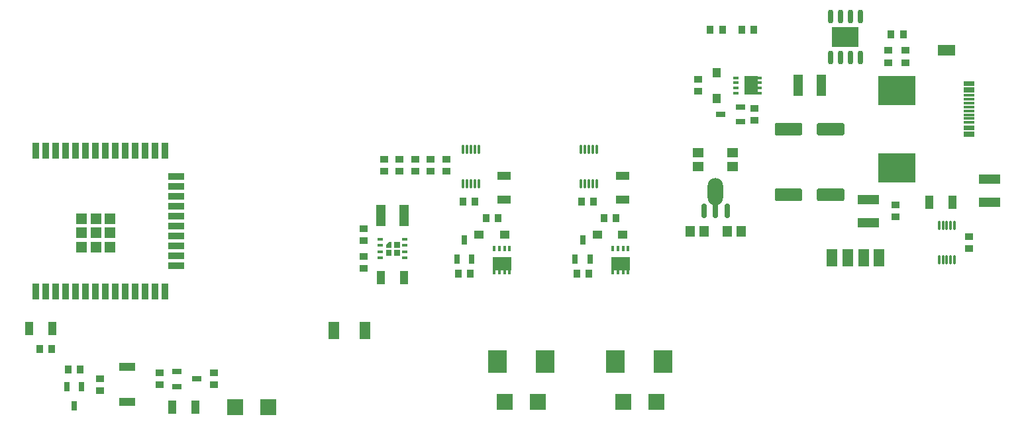
<source format=gtp>
G04 #@! TF.GenerationSoftware,KiCad,Pcbnew,(5.1.4)-1*
G04 #@! TF.CreationDate,2020-04-03T20:38:11+08:00*
G04 #@! TF.ProjectId,SmartAPS,536d6172-7441-4505-932e-6b696361645f,1.0*
G04 #@! TF.SameCoordinates,PX5f5e100PY7bfa480*
G04 #@! TF.FileFunction,Paste,Top*
G04 #@! TF.FilePolarity,Positive*
%FSLAX46Y46*%
G04 Gerber Fmt 4.6, Leading zero omitted, Abs format (unit mm)*
G04 Created by KiCad (PCBNEW (5.1.4)-1) date 2020-04-03 20:38:11*
%MOMM*%
%LPD*%
G04 APERTURE LIST*
%ADD10C,0.100000*%
%ADD11R,1.450000X0.300000*%
%ADD12R,4.800000X3.800000*%
%ADD13R,1.160000X1.470000*%
%ADD14R,1.470000X1.160000*%
%ADD15R,2.720000X1.160000*%
%ADD16R,1.160000X2.720000*%
%ADD17R,1.450000X2.200000*%
%ADD18R,2.200000X1.450000*%
%ADD19R,1.130000X1.800000*%
%ADD20R,0.900000X2.000000*%
%ADD21R,2.000000X0.900000*%
%ADD22R,1.330000X1.330000*%
%ADD23R,0.980000X0.930000*%
%ADD24R,0.930000X0.980000*%
%ADD25O,0.280000X1.350000*%
%ADD26O,0.700000X1.900000*%
%ADD27O,2.000000X3.500000*%
%ADD28O,0.700000X2.100000*%
%ADD29R,1.800000X1.130000*%
%ADD30R,1.250000X0.700000*%
%ADD31R,0.700000X1.250000*%
%ADD32C,1.600000*%
%ADD33R,3.510000X2.620000*%
%ADD34O,0.700000X1.800000*%
%ADD35R,0.700000X0.420000*%
%ADD36R,0.540000X0.420000*%
%ADD37R,1.710000X2.370000*%
%ADD38R,0.420000X0.700000*%
%ADD39R,0.420000X0.540000*%
%ADD40R,2.370000X1.710000*%
%ADD41R,2.000000X2.000000*%
%ADD42R,1.000000X1.250000*%
%ADD43R,1.250000X1.000000*%
%ADD44R,2.400300X2.895600*%
%ADD45R,0.700000X0.400000*%
%ADD46R,2.000000X1.050000*%
G04 APERTURE END LIST*
D10*
G36*
X48700000Y26300000D02*
G01*
X49350000Y26300000D01*
X49350000Y26950000D01*
X48700000Y26950000D01*
X48700000Y26300000D01*
G37*
X48700000Y26300000D02*
X49350000Y26300000D01*
X49350000Y26950000D01*
X48700000Y26950000D01*
X48700000Y26300000D01*
G36*
X48300000Y26950000D02*
G01*
X48300000Y26300000D01*
X47650000Y26300000D01*
X47650000Y26600000D01*
X48000000Y26950000D01*
X48300000Y26950000D01*
G37*
X48300000Y26950000D02*
X48300000Y26300000D01*
X47650000Y26300000D01*
X47650000Y26600000D01*
X48000000Y26950000D01*
X48300000Y26950000D01*
G36*
X48300000Y25900000D02*
G01*
X47650000Y25900000D01*
X47650000Y25250000D01*
X48300000Y25250000D01*
X48300000Y25900000D01*
G37*
X48300000Y25900000D02*
X47650000Y25900000D01*
X47650000Y25250000D01*
X48300000Y25250000D01*
X48300000Y25900000D01*
G36*
X48700000Y25900000D02*
G01*
X49350000Y25900000D01*
X49350000Y25250000D01*
X48700000Y25250000D01*
X48700000Y25900000D01*
G37*
X48700000Y25900000D02*
X49350000Y25900000D01*
X49350000Y25250000D01*
X48700000Y25250000D01*
X48700000Y25900000D01*
D11*
X122205000Y40600000D03*
X122205000Y41400000D03*
X122205000Y42750000D03*
X122205000Y43750000D03*
X122205000Y44250000D03*
X122205000Y45250000D03*
X122205000Y46600000D03*
X122205000Y47400000D03*
X122205000Y47100000D03*
X122205000Y46300000D03*
X122200000Y45750000D03*
X122205000Y44750000D03*
X122205000Y43250000D03*
X122205000Y42250000D03*
X122205000Y41700000D03*
X122205000Y40900000D03*
D12*
X113000000Y36450000D03*
X113000000Y46350000D03*
D13*
X91310000Y28300000D03*
X93090000Y28300000D03*
X86510000Y28300000D03*
X88290000Y28300000D03*
D14*
X87600000Y36610000D03*
X87600000Y38390000D03*
D15*
X124800000Y34975000D03*
X124800000Y32025000D03*
X109300000Y29425000D03*
X109300000Y32375000D03*
D16*
X100325000Y47000000D03*
X103275000Y47000000D03*
X47025000Y30300000D03*
X49975000Y30300000D03*
D17*
X45000000Y15600000D03*
X110700000Y24900000D03*
D18*
X119300000Y51500000D03*
D17*
X106700000Y24900000D03*
X104700000Y24900000D03*
X41000000Y15600000D03*
X108700000Y24900000D03*
D19*
X2010000Y15900000D03*
X4990000Y15900000D03*
X20310000Y5800000D03*
X23290000Y5800000D03*
X49990000Y22400000D03*
X47010000Y22400000D03*
D20*
X2870000Y20600000D03*
X4140000Y20600000D03*
X5410000Y20600000D03*
X6680000Y20600000D03*
X7950000Y20600000D03*
X9220000Y20600000D03*
X10490000Y20600000D03*
X11760000Y20600000D03*
X13030000Y20600000D03*
X14300000Y20600000D03*
X15570000Y20600000D03*
X16840000Y20600000D03*
X18110000Y20600000D03*
X19380000Y20600000D03*
X2870000Y38600000D03*
X19380000Y38600000D03*
X18110000Y38600000D03*
X16840000Y38600000D03*
X15570000Y38600000D03*
X14300000Y38600000D03*
X13030000Y38600000D03*
X11760000Y38600000D03*
X10490000Y38600000D03*
X9220000Y38600000D03*
X7950000Y38600000D03*
X6680000Y38600000D03*
X5410000Y38600000D03*
X4140000Y38600000D03*
D21*
X20870000Y23885000D03*
X20870000Y25170000D03*
X20870000Y26425000D03*
X20870000Y27695000D03*
X20870000Y28965000D03*
X20870000Y30235000D03*
X20870000Y31505000D03*
X20870000Y32775000D03*
X20870000Y34045000D03*
X20870000Y35315000D03*
D22*
X8740000Y26270000D03*
X8740000Y28100000D03*
X8740000Y29930000D03*
X10570000Y26270000D03*
X10570000Y28100000D03*
X10570000Y29930000D03*
X12400000Y26270000D03*
X12400000Y28100000D03*
X12400000Y29930000D03*
D23*
X44800000Y25070000D03*
X44800000Y23530000D03*
D24*
X112230000Y53500000D03*
X113770000Y53500000D03*
D23*
X11100000Y7930000D03*
X11100000Y9470000D03*
D24*
X3430000Y13200000D03*
X4970000Y13200000D03*
D23*
X122200000Y27670000D03*
X122200000Y26130000D03*
X111900000Y51470000D03*
X111900000Y49930000D03*
D24*
X59070000Y32100000D03*
X57530000Y32100000D03*
X74170000Y32100000D03*
X72630000Y32100000D03*
X94670000Y54100000D03*
X93130000Y54100000D03*
D25*
X74600000Y34400000D03*
X74100000Y34400000D03*
X73600000Y34400000D03*
X73100000Y34400000D03*
X72600000Y34400000D03*
X72600000Y38800000D03*
X73100000Y38800000D03*
X73600000Y38800000D03*
X74100000Y38800000D03*
X74600000Y38800000D03*
X118350000Y29100000D03*
X118850000Y29100000D03*
X119350000Y29100000D03*
X119850000Y29100000D03*
X120350000Y29100000D03*
X120350000Y24700000D03*
X119850000Y24700000D03*
X119350000Y24700000D03*
X118850000Y24700000D03*
X118350000Y24700000D03*
X59500000Y34400000D03*
X59000000Y34400000D03*
X58500000Y34400000D03*
X58000000Y34400000D03*
X57500000Y34400000D03*
X57500000Y38800000D03*
X58000000Y38800000D03*
X58500000Y38800000D03*
X59000000Y38800000D03*
X59500000Y38800000D03*
D26*
X91300000Y30900000D03*
D27*
X89800000Y33400000D03*
D28*
X89800000Y31000000D03*
D26*
X88300000Y30900000D03*
D29*
X62800000Y35390000D03*
X62800000Y32410000D03*
X77900000Y35390000D03*
X77900000Y32410000D03*
D30*
X23450000Y9400000D03*
X20950000Y8450000D03*
X20950000Y10350000D03*
X90450000Y43300000D03*
X92950000Y44250000D03*
X92950000Y42350000D03*
D31*
X57700000Y27250000D03*
X58650000Y24750000D03*
X56750000Y24750000D03*
X72800000Y27250000D03*
X73750000Y24750000D03*
X71850000Y24750000D03*
X7800000Y5950000D03*
X6850000Y8450000D03*
X8750000Y8450000D03*
D10*
G36*
X100624504Y42198796D02*
G01*
X100648773Y42195196D01*
X100672571Y42189235D01*
X100695671Y42180970D01*
X100717849Y42170480D01*
X100738893Y42157867D01*
X100758598Y42143253D01*
X100776777Y42126777D01*
X100793253Y42108598D01*
X100807867Y42088893D01*
X100820480Y42067849D01*
X100830970Y42045671D01*
X100839235Y42022571D01*
X100845196Y41998773D01*
X100848796Y41974504D01*
X100850000Y41950000D01*
X100850000Y40850000D01*
X100848796Y40825496D01*
X100845196Y40801227D01*
X100839235Y40777429D01*
X100830970Y40754329D01*
X100820480Y40732151D01*
X100807867Y40711107D01*
X100793253Y40691402D01*
X100776777Y40673223D01*
X100758598Y40656747D01*
X100738893Y40642133D01*
X100717849Y40629520D01*
X100695671Y40619030D01*
X100672571Y40610765D01*
X100648773Y40604804D01*
X100624504Y40601204D01*
X100600000Y40600000D01*
X97600000Y40600000D01*
X97575496Y40601204D01*
X97551227Y40604804D01*
X97527429Y40610765D01*
X97504329Y40619030D01*
X97482151Y40629520D01*
X97461107Y40642133D01*
X97441402Y40656747D01*
X97423223Y40673223D01*
X97406747Y40691402D01*
X97392133Y40711107D01*
X97379520Y40732151D01*
X97369030Y40754329D01*
X97360765Y40777429D01*
X97354804Y40801227D01*
X97351204Y40825496D01*
X97350000Y40850000D01*
X97350000Y41950000D01*
X97351204Y41974504D01*
X97354804Y41998773D01*
X97360765Y42022571D01*
X97369030Y42045671D01*
X97379520Y42067849D01*
X97392133Y42088893D01*
X97406747Y42108598D01*
X97423223Y42126777D01*
X97441402Y42143253D01*
X97461107Y42157867D01*
X97482151Y42170480D01*
X97504329Y42180970D01*
X97527429Y42189235D01*
X97551227Y42195196D01*
X97575496Y42198796D01*
X97600000Y42200000D01*
X100600000Y42200000D01*
X100624504Y42198796D01*
X100624504Y42198796D01*
G37*
D32*
X99100000Y41400000D03*
D10*
G36*
X106024504Y42198796D02*
G01*
X106048773Y42195196D01*
X106072571Y42189235D01*
X106095671Y42180970D01*
X106117849Y42170480D01*
X106138893Y42157867D01*
X106158598Y42143253D01*
X106176777Y42126777D01*
X106193253Y42108598D01*
X106207867Y42088893D01*
X106220480Y42067849D01*
X106230970Y42045671D01*
X106239235Y42022571D01*
X106245196Y41998773D01*
X106248796Y41974504D01*
X106250000Y41950000D01*
X106250000Y40850000D01*
X106248796Y40825496D01*
X106245196Y40801227D01*
X106239235Y40777429D01*
X106230970Y40754329D01*
X106220480Y40732151D01*
X106207867Y40711107D01*
X106193253Y40691402D01*
X106176777Y40673223D01*
X106158598Y40656747D01*
X106138893Y40642133D01*
X106117849Y40629520D01*
X106095671Y40619030D01*
X106072571Y40610765D01*
X106048773Y40604804D01*
X106024504Y40601204D01*
X106000000Y40600000D01*
X103000000Y40600000D01*
X102975496Y40601204D01*
X102951227Y40604804D01*
X102927429Y40610765D01*
X102904329Y40619030D01*
X102882151Y40629520D01*
X102861107Y40642133D01*
X102841402Y40656747D01*
X102823223Y40673223D01*
X102806747Y40691402D01*
X102792133Y40711107D01*
X102779520Y40732151D01*
X102769030Y40754329D01*
X102760765Y40777429D01*
X102754804Y40801227D01*
X102751204Y40825496D01*
X102750000Y40850000D01*
X102750000Y41950000D01*
X102751204Y41974504D01*
X102754804Y41998773D01*
X102760765Y42022571D01*
X102769030Y42045671D01*
X102779520Y42067849D01*
X102792133Y42088893D01*
X102806747Y42108598D01*
X102823223Y42126777D01*
X102841402Y42143253D01*
X102861107Y42157867D01*
X102882151Y42170480D01*
X102904329Y42180970D01*
X102927429Y42189235D01*
X102951227Y42195196D01*
X102975496Y42198796D01*
X103000000Y42200000D01*
X106000000Y42200000D01*
X106024504Y42198796D01*
X106024504Y42198796D01*
G37*
D32*
X104500000Y41400000D03*
D33*
X106400000Y53200000D03*
D34*
X107035000Y50600000D03*
X105765000Y50600000D03*
X108305000Y50600000D03*
X104495000Y55800000D03*
X104495000Y50600000D03*
X107035000Y55800000D03*
X108305000Y55800000D03*
X105765000Y55800000D03*
D23*
X49400000Y37570000D03*
X49400000Y36030000D03*
X51400000Y37570000D03*
X51400000Y36030000D03*
D24*
X8570000Y10600000D03*
X7030000Y10600000D03*
D23*
X25700000Y8630000D03*
X25700000Y10170000D03*
X18700000Y8630000D03*
X18700000Y10170000D03*
X47400000Y36030000D03*
X47400000Y37570000D03*
D19*
X117110000Y32000000D03*
X120090000Y32000000D03*
D23*
X112800000Y30130000D03*
X112800000Y31670000D03*
X114100000Y51470000D03*
X114100000Y49930000D03*
X94800000Y42530000D03*
X94800000Y44070000D03*
X87600000Y46230000D03*
X87600000Y47770000D03*
D24*
X56930000Y22900000D03*
X58470000Y22900000D03*
X60430000Y30000000D03*
X61970000Y30000000D03*
D23*
X55400000Y36030000D03*
X55400000Y37570000D03*
D24*
X72030000Y22900000D03*
X73570000Y22900000D03*
X75530000Y30000000D03*
X77070000Y30000000D03*
D23*
X53400000Y36030000D03*
X53400000Y37570000D03*
X44800000Y28670000D03*
X44800000Y27130000D03*
D24*
X89130000Y54100000D03*
X90670000Y54100000D03*
D35*
X92400000Y47975000D03*
X92400000Y47325000D03*
X92400000Y46675000D03*
X92400000Y46025000D03*
D36*
X95480000Y46025000D03*
X95480000Y46675000D03*
X95480000Y47325000D03*
X95480000Y47975000D03*
D37*
X94355000Y47000000D03*
D38*
X63475000Y26100000D03*
X62825000Y26100000D03*
X62175000Y26100000D03*
X61525000Y26100000D03*
D39*
X61525000Y23020000D03*
X62175000Y23020000D03*
X62825000Y23020000D03*
X63475000Y23020000D03*
D40*
X62500000Y24145000D03*
D38*
X78625000Y26100000D03*
X77975000Y26100000D03*
X77325000Y26100000D03*
X76675000Y26100000D03*
D39*
X76675000Y23020000D03*
X77325000Y23020000D03*
X77975000Y23020000D03*
X78625000Y23020000D03*
D40*
X77650000Y24145000D03*
D14*
X92000000Y38390000D03*
X92000000Y36610000D03*
D41*
X28400000Y5800000D03*
X32600000Y5800000D03*
D42*
X89900000Y45360000D03*
X89900000Y48640000D03*
D41*
X62850000Y6500000D03*
X67050000Y6500000D03*
D43*
X59560000Y27900000D03*
X62840000Y27900000D03*
D41*
X78000000Y6500000D03*
X82200000Y6500000D03*
D43*
X74660000Y27900000D03*
X77940000Y27900000D03*
D10*
G36*
X100624504Y33798796D02*
G01*
X100648773Y33795196D01*
X100672571Y33789235D01*
X100695671Y33780970D01*
X100717849Y33770480D01*
X100738893Y33757867D01*
X100758598Y33743253D01*
X100776777Y33726777D01*
X100793253Y33708598D01*
X100807867Y33688893D01*
X100820480Y33667849D01*
X100830970Y33645671D01*
X100839235Y33622571D01*
X100845196Y33598773D01*
X100848796Y33574504D01*
X100850000Y33550000D01*
X100850000Y32450000D01*
X100848796Y32425496D01*
X100845196Y32401227D01*
X100839235Y32377429D01*
X100830970Y32354329D01*
X100820480Y32332151D01*
X100807867Y32311107D01*
X100793253Y32291402D01*
X100776777Y32273223D01*
X100758598Y32256747D01*
X100738893Y32242133D01*
X100717849Y32229520D01*
X100695671Y32219030D01*
X100672571Y32210765D01*
X100648773Y32204804D01*
X100624504Y32201204D01*
X100600000Y32200000D01*
X97600000Y32200000D01*
X97575496Y32201204D01*
X97551227Y32204804D01*
X97527429Y32210765D01*
X97504329Y32219030D01*
X97482151Y32229520D01*
X97461107Y32242133D01*
X97441402Y32256747D01*
X97423223Y32273223D01*
X97406747Y32291402D01*
X97392133Y32311107D01*
X97379520Y32332151D01*
X97369030Y32354329D01*
X97360765Y32377429D01*
X97354804Y32401227D01*
X97351204Y32425496D01*
X97350000Y32450000D01*
X97350000Y33550000D01*
X97351204Y33574504D01*
X97354804Y33598773D01*
X97360765Y33622571D01*
X97369030Y33645671D01*
X97379520Y33667849D01*
X97392133Y33688893D01*
X97406747Y33708598D01*
X97423223Y33726777D01*
X97441402Y33743253D01*
X97461107Y33757867D01*
X97482151Y33770480D01*
X97504329Y33780970D01*
X97527429Y33789235D01*
X97551227Y33795196D01*
X97575496Y33798796D01*
X97600000Y33800000D01*
X100600000Y33800000D01*
X100624504Y33798796D01*
X100624504Y33798796D01*
G37*
D32*
X99100000Y33000000D03*
D10*
G36*
X106024504Y33798796D02*
G01*
X106048773Y33795196D01*
X106072571Y33789235D01*
X106095671Y33780970D01*
X106117849Y33770480D01*
X106138893Y33757867D01*
X106158598Y33743253D01*
X106176777Y33726777D01*
X106193253Y33708598D01*
X106207867Y33688893D01*
X106220480Y33667849D01*
X106230970Y33645671D01*
X106239235Y33622571D01*
X106245196Y33598773D01*
X106248796Y33574504D01*
X106250000Y33550000D01*
X106250000Y32450000D01*
X106248796Y32425496D01*
X106245196Y32401227D01*
X106239235Y32377429D01*
X106230970Y32354329D01*
X106220480Y32332151D01*
X106207867Y32311107D01*
X106193253Y32291402D01*
X106176777Y32273223D01*
X106158598Y32256747D01*
X106138893Y32242133D01*
X106117849Y32229520D01*
X106095671Y32219030D01*
X106072571Y32210765D01*
X106048773Y32204804D01*
X106024504Y32201204D01*
X106000000Y32200000D01*
X103000000Y32200000D01*
X102975496Y32201204D01*
X102951227Y32204804D01*
X102927429Y32210765D01*
X102904329Y32219030D01*
X102882151Y32229520D01*
X102861107Y32242133D01*
X102841402Y32256747D01*
X102823223Y32273223D01*
X102806747Y32291402D01*
X102792133Y32311107D01*
X102779520Y32332151D01*
X102769030Y32354329D01*
X102760765Y32377429D01*
X102754804Y32401227D01*
X102751204Y32425496D01*
X102750000Y32450000D01*
X102750000Y33550000D01*
X102751204Y33574504D01*
X102754804Y33598773D01*
X102760765Y33622571D01*
X102769030Y33645671D01*
X102779520Y33667849D01*
X102792133Y33688893D01*
X102806747Y33708598D01*
X102823223Y33726777D01*
X102841402Y33743253D01*
X102861107Y33757867D01*
X102882151Y33770480D01*
X102904329Y33780970D01*
X102927429Y33789235D01*
X102951227Y33795196D01*
X102975496Y33798796D01*
X103000000Y33800000D01*
X106000000Y33800000D01*
X106024504Y33798796D01*
X106024504Y33798796D01*
G37*
D32*
X104500000Y33000000D03*
D44*
X68004350Y11600000D03*
X61895650Y11600000D03*
X83104350Y11600000D03*
X76995650Y11600000D03*
D45*
X46900000Y27300000D03*
X46900000Y26500000D03*
X46900000Y25700000D03*
X46900000Y24900000D03*
X50100000Y24900000D03*
X50100000Y25700000D03*
X50100000Y26500000D03*
X50100000Y27300000D03*
D46*
X14600000Y6475000D03*
X14600000Y10925000D03*
M02*

</source>
